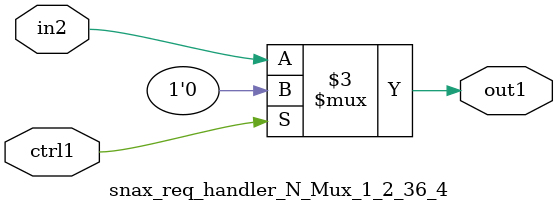
<source format=v>

`timescale 1ps / 1ps


module snax_req_handler_N_Mux_1_2_36_4( in2, ctrl1, out1 );

    input in2;
    input ctrl1;
    output out1;
    reg out1;

    
    // rtl_process:snax_req_handler_N_Mux_1_2_36_4/snax_req_handler_N_Mux_1_2_36_4_thread_1
    always @*
      begin : snax_req_handler_N_Mux_1_2_36_4_thread_1
        case (ctrl1) 
          1'b1: 
            begin
              out1 = 1'b0;
            end
          default: 
            begin
              out1 = in2;
            end
        endcase
      end

endmodule



</source>
